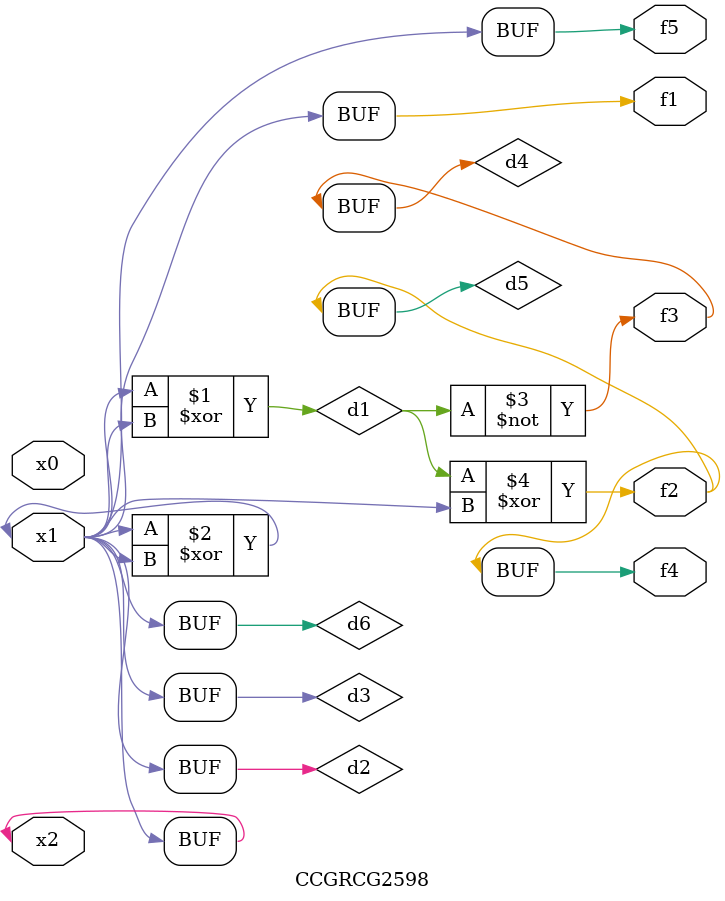
<source format=v>
module CCGRCG2598(
	input x0, x1, x2,
	output f1, f2, f3, f4, f5
);

	wire d1, d2, d3, d4, d5, d6;

	xor (d1, x1, x2);
	buf (d2, x1, x2);
	xor (d3, x1, x2);
	nor (d4, d1);
	xor (d5, d1, d2);
	buf (d6, d2, d3);
	assign f1 = d6;
	assign f2 = d5;
	assign f3 = d4;
	assign f4 = d5;
	assign f5 = d6;
endmodule

</source>
